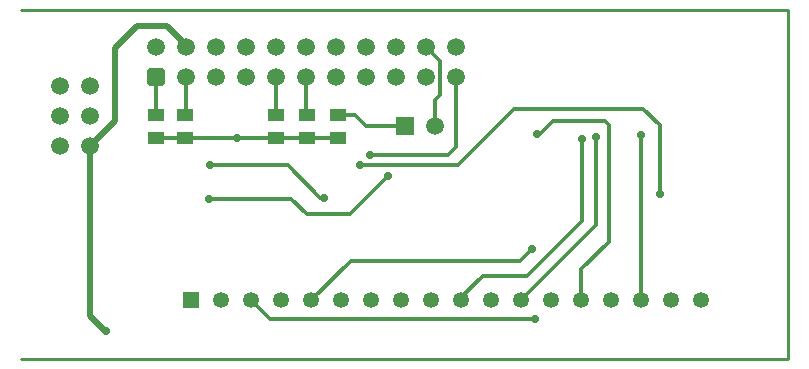
<source format=gtl>
G04 Layer_Physical_Order=1*
G04 Layer_Color=255*
%FSLAX42Y42*%
%MOMM*%
G71*
G01*
G75*
%ADD10R,1.40X1.02*%
%ADD11C,0.30*%
%ADD12C,0.51*%
%ADD13C,0.25*%
G04:AMPARAMS|DCode=14|XSize=1.5mm|YSize=1.5mm|CornerRadius=0.23mm|HoleSize=0mm|Usage=FLASHONLY|Rotation=0.000|XOffset=0mm|YOffset=0mm|HoleType=Round|Shape=RoundedRectangle|*
%AMROUNDEDRECTD14*
21,1,1.50,1.05,0,0,0.0*
21,1,1.05,1.50,0,0,0.0*
1,1,0.45,0.53,-0.53*
1,1,0.45,-0.53,-0.53*
1,1,0.45,-0.53,0.53*
1,1,0.45,0.53,0.53*
%
%ADD14ROUNDEDRECTD14*%
%ADD15C,1.50*%
%ADD16R,1.50X1.50*%
%ADD17C,1.35*%
%ADD18R,1.35X1.35*%
%ADD19C,1.52*%
%ADD20C,0.71*%
D10*
X5682Y4870D02*
D03*
Y5060D02*
D03*
X5420D02*
D03*
Y4870D02*
D03*
X5165Y5060D02*
D03*
Y4870D02*
D03*
X4392Y4869D02*
D03*
Y5060D02*
D03*
X4142Y4869D02*
D03*
Y5060D02*
D03*
D11*
X7290Y3700D02*
X7753Y4162D01*
Y4862D01*
X6509Y4967D02*
Y5187D01*
X6553Y5230D01*
Y5517D01*
X6509Y4967D02*
X6550Y5008D01*
X6431Y5639D02*
X6553Y5517D01*
X6685Y4794D02*
Y5385D01*
X6618Y4728D02*
X6685Y4794D01*
X5960Y4728D02*
X6618D01*
X7175Y5117D02*
X8272D01*
X6698Y4640D02*
X7175Y5117D01*
X5875Y4640D02*
X6698D01*
X5535Y4362D02*
X5565D01*
X5260Y4638D02*
X5535Y4362D01*
X4143Y4870D02*
X5420D01*
X5682Y5060D02*
X5829D01*
X5922Y4967D01*
X6255D01*
X5420Y4870D02*
X5682D01*
X5415Y5066D02*
X5420Y5060D01*
X5415Y5066D02*
Y5385D01*
X4600Y4635D02*
X5258D01*
X5260Y4638D01*
X4142Y4869D02*
X4143Y4870D01*
X4392Y5060D02*
X4399Y5066D01*
X4390Y5057D02*
X4392Y5060D01*
X5160Y5385D02*
X5165Y5381D01*
Y5060D02*
Y5381D01*
X4399Y5066D02*
Y5385D01*
X4142Y5060D02*
X4144Y5062D01*
Y5385D01*
X5290Y4355D02*
X5420Y4225D01*
X4597Y4355D02*
X5290D01*
X5108Y3338D02*
X7357D01*
X4953Y3492D02*
X5108Y3338D01*
X8410Y4392D02*
Y4980D01*
X7230Y3830D02*
X7330Y3930D01*
X5799Y3830D02*
X7230D01*
X5461Y3492D02*
X5799Y3830D01*
X7747Y3492D02*
Y3757D01*
X7980Y3990D01*
Y4980D01*
X7950Y5010D02*
X7980Y4980D01*
X7510Y5010D02*
X7950D01*
X7400Y4900D02*
X7510Y5010D01*
X7370Y4900D02*
X7400D01*
X6910Y3700D02*
X7290D01*
X6731Y3521D02*
X6910Y3700D01*
X6731Y3492D02*
Y3521D01*
X7874Y4128D02*
Y4876D01*
X7239Y3492D02*
X7874Y4128D01*
X8251Y4891D02*
X8255Y4887D01*
Y3492D02*
Y4887D01*
X8272Y5117D02*
X8410Y4980D01*
X5420Y4225D02*
X5790D01*
X6112Y4547D01*
D12*
X3588Y3360D02*
X3715Y3233D01*
X3720D01*
X3588Y3360D02*
Y4799D01*
X3797Y5010D01*
Y5630D01*
X3988Y5820D01*
X4238D01*
X4399Y5659D01*
Y5639D02*
Y5659D01*
D13*
X3000Y5952D02*
X9486D01*
X3000Y3000D02*
X9498D01*
Y2999D02*
Y5952D01*
D14*
X4144Y5385D02*
D03*
D15*
X5415D02*
D03*
X4399D02*
D03*
X5669D02*
D03*
X4653D02*
D03*
X5922D02*
D03*
X4906D02*
D03*
X6176D02*
D03*
X5160D02*
D03*
X6431D02*
D03*
X6685D02*
D03*
Y5639D02*
D03*
X6431D02*
D03*
X5160D02*
D03*
X6176D02*
D03*
X4906D02*
D03*
X5922D02*
D03*
X4653D02*
D03*
X5669D02*
D03*
X4399D02*
D03*
X5415D02*
D03*
X4144D02*
D03*
X6509Y4967D02*
D03*
D16*
X6255D02*
D03*
D17*
X8763Y3492D02*
D03*
X8509D02*
D03*
X8255D02*
D03*
X8001D02*
D03*
X7747D02*
D03*
X7493D02*
D03*
X7239D02*
D03*
X6985D02*
D03*
X6731D02*
D03*
X5969D02*
D03*
X5715D02*
D03*
X5207D02*
D03*
X5461D02*
D03*
X4699D02*
D03*
X4953D02*
D03*
X5969D02*
D03*
X6223D02*
D03*
X6477D02*
D03*
D18*
X4445D02*
D03*
D19*
X3333Y4799D02*
D03*
Y5308D02*
D03*
Y5053D02*
D03*
X3588Y4799D02*
D03*
Y5308D02*
D03*
Y5053D02*
D03*
D20*
X7753Y4862D02*
D03*
X3720Y3233D02*
D03*
X5875Y4640D02*
D03*
X5960Y4728D02*
D03*
X5565Y4362D02*
D03*
X4830Y4870D02*
D03*
X4597Y4355D02*
D03*
X4600Y4635D02*
D03*
X7357Y3338D02*
D03*
X7331Y3931D02*
D03*
X8251Y4891D02*
D03*
X7370Y4900D02*
D03*
X7874Y4876D02*
D03*
X8410Y4392D02*
D03*
X6112Y4547D02*
D03*
M02*

</source>
